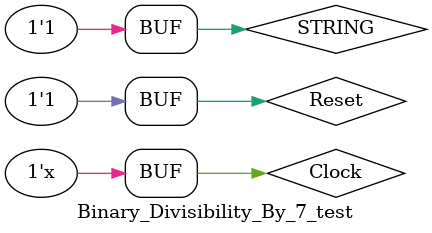
<source format=v>

module Binary_Divisibility_By_7_test();
reg STRING , Clock,Reset;
wire[3:0] Remainder;
wire Divisible;

Binary_Divisibility_By_7 U1 (STRING, Clock, Reset ,Remainder , Divisible);



always begin
#5 Clock = ~Clock; // clock period is 10 time units
end 

initial begin
Clock=0;

#10;
STRING=1;
#10;
STRING=0;
#10;
STRING=1;
#10;
STRING=0;
#10;
STRING=1;
#10;
#10;

STRING=1;
#10;
STRING=0;
#10;
STRING=1;
#10;
Reset=1;
#10;
#10;

STRING=1;
#10;
STRING=1;
#10;
STRING=1;

end

endmodule
</source>
